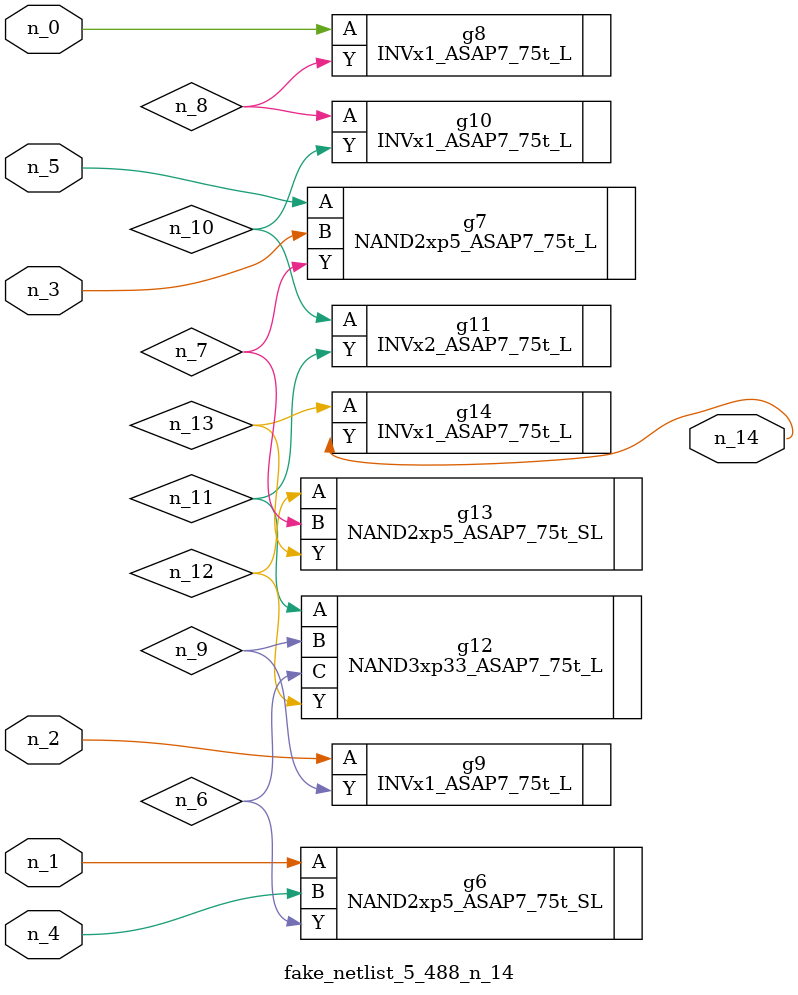
<source format=v>
module fake_netlist_5_488_n_14 (n_4, n_5, n_0, n_2, n_3, n_1, n_14);

input n_4;
input n_5;
input n_0;
input n_2;
input n_3;
input n_1;

output n_14;

wire n_8;
wire n_10;
wire n_7;
wire n_12;
wire n_9;
wire n_13;
wire n_11;
wire n_6;

NAND2xp5_ASAP7_75t_SL g6 ( 
.A(n_1),
.B(n_4),
.Y(n_6)
);

NAND2xp5_ASAP7_75t_L g7 ( 
.A(n_5),
.B(n_3),
.Y(n_7)
);

INVx1_ASAP7_75t_L g8 ( 
.A(n_0),
.Y(n_8)
);

INVx1_ASAP7_75t_L g9 ( 
.A(n_2),
.Y(n_9)
);

INVx1_ASAP7_75t_L g10 ( 
.A(n_8),
.Y(n_10)
);

INVx2_ASAP7_75t_L g11 ( 
.A(n_10),
.Y(n_11)
);

NAND3xp33_ASAP7_75t_L g12 ( 
.A(n_11),
.B(n_9),
.C(n_6),
.Y(n_12)
);

NAND2xp5_ASAP7_75t_SL g13 ( 
.A(n_12),
.B(n_7),
.Y(n_13)
);

INVx1_ASAP7_75t_L g14 ( 
.A(n_13),
.Y(n_14)
);


endmodule
</source>
